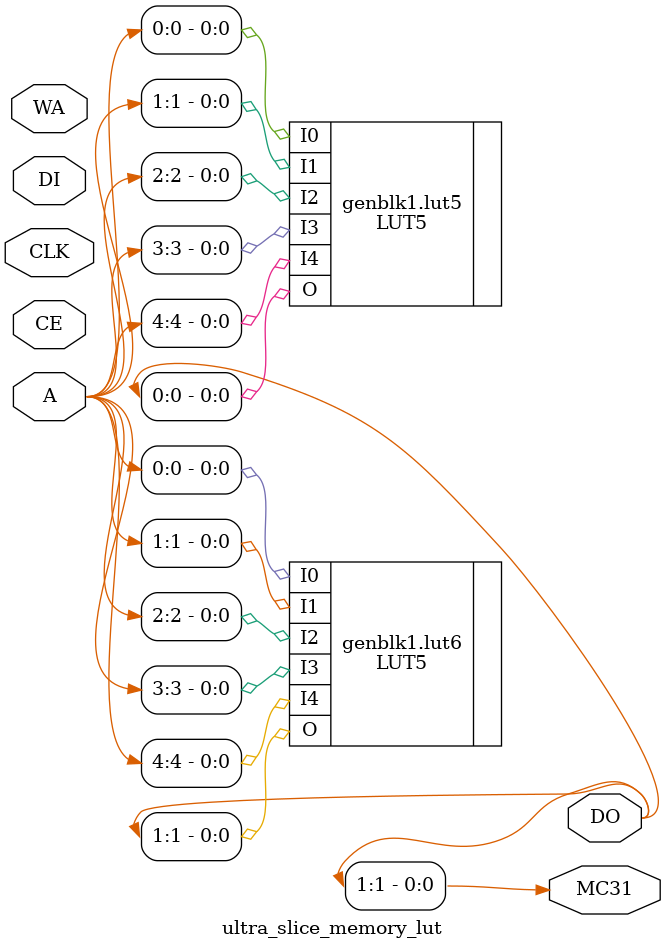
<source format=v>

module ultra_slice_memory #(
	parameter [1023:0] LOC = "",
	parameter [63:0]   ALUT_INIT = 64'h00C0FFEE,
	parameter [63:0]   BLUT_INIT = 64'h00C0FFEE,
	parameter [63:0]   CLUT_INIT = 64'h00C0FFEE,
	parameter [63:0]   DLUT_INIT = 64'h00C0FFEE,
	parameter [63:0]   ELUT_INIT = 64'h00C0FFEE,
	parameter [63:0]   FLUT_INIT = 64'h00C0FFEE,
	parameter [63:0]   GLUT_INIT = 64'h00C0FFEE,
	parameter [63:0]   HLUT_INIT = 64'h00C0FFEE,

	parameter [1023:0] A_MODE = "LOGIC",
	parameter [1023:0] B_MODE = "LOGIC",
	parameter [1023:0] C_MODE = "LOGIC",
	parameter [1023:0] D_MODE = "LOGIC",
	parameter [1023:0] E_MODE = "LOGIC",
	parameter [1023:0] F_MODE = "LOGIC",
	parameter [1023:0] G_MODE = "LOGIC",
	parameter [1023:0] H_MODE = "LOGIC",


	parameter [1023:0] AFF_TYPE = "NONE",
	parameter [1023:0] AFF2_TYPE = "NONE",
	parameter [1023:0] BFF_TYPE = "NONE",
	parameter [1023:0] BFF2_TYPE = "NONE",
	parameter [1023:0] CFF_TYPE = "NONE",
	parameter [1023:0] CFF2_TYPE = "NONE",
	parameter [1023:0] DFF_TYPE = "NONE",
	parameter [1023:0] DFF2_TYPE = "NONE",
	parameter [1023:0] EFF_TYPE = "NONE",
	parameter [1023:0] EFF2_TYPE = "NONE",
	parameter [1023:0] FFF_TYPE = "NONE",
	parameter [1023:0] FFF2_TYPE = "NONE",
	parameter [1023:0] GFF_TYPE = "NONE",
	parameter [1023:0] GFF2_TYPE = "NONE",
	parameter [1023:0] HFF_TYPE = "NONE",
	parameter [1023:0] HFF2_TYPE = "NONE",

	parameter [15:0]   FF_INIT = 16'h0000,

	parameter [1023:0] FFMUXA1 = "BYP",
	parameter [1023:0] FFMUXA2 = "BYP",
	parameter [1023:0] FFMUXB1 = "BYP",
	parameter [1023:0] FFMUXB2 = "BYP",
	parameter [1023:0] FFMUXC1 = "BYP",
	parameter [1023:0] FFMUXC2 = "BYP",
	parameter [1023:0] FFMUXD1 = "BYP",
	parameter [1023:0] FFMUXD2 = "BYP",
	parameter [1023:0] FFMUXE1 = "BYP",
	parameter [1023:0] FFMUXE2 = "BYP",
	parameter [1023:0] FFMUXF1 = "BYP",
	parameter [1023:0] FFMUXF2 = "BYP",
	parameter [1023:0] FFMUXG1 = "BYP",
	parameter [1023:0] FFMUXG2 = "BYP",
	parameter [1023:0] FFMUXH1 = "BYP",
	parameter [1023:0] FFMUXH2 = "BYP",

	parameter [1023:0] OUTMUXA = "D5",
	parameter [1023:0] OUTMUXB = "D5",
	parameter [1023:0] OUTMUXC = "D5",
	parameter [1023:0] OUTMUXD = "D5",
	parameter [1023:0] OUTMUXE = "D5",
	parameter [1023:0] OUTMUXF = "D5",
	parameter [1023:0] OUTMUXG = "D5",
	parameter [1023:0] OUTMUXH = "D5",

	parameter [1023:0] DIMUXA = "DI",
	parameter [1023:0] DIMUXB = "DI",
	parameter [1023:0] DIMUXC = "DI",
	parameter [1023:0] DIMUXD = "DI",
	parameter [1023:0] DIMUXE = "DI",
	parameter [1023:0] DIMUXF = "DI",
	parameter [1023:0] DIMUXG = "DI",

	parameter WA6USED = 0, WA7USED = 0, WA8USED = 0, WCLKINV = 0,

	parameter [1:0]    CLKINV = 2'b00, SRINV = 2'b00

) (
	input [7:0] A1, A2, A3, A4, A5, A6, I, X,
	input [1:0] CLK, SR,
	input WCLK, WE,
	input [3:0] CE,
	output [7:0] O, Q, Q2, MUX
);

	wire [8:0] wa;
	assign wa[5:0] = {A6[7], A5[7], A4[7], A3[7], A2[7], A1[7]};
	generate
		if (WA6USED) assign wa[6] = X[6];
		if (WA7USED) assign wa[7] = X[5];
		if (WA8USED) assign wa[8] = X[3];
	endgenerate

	wire [7:0] di0;
	wire [7:0] mc31;

	assign di0[7] = I[7];

	ultra_slice_logic_dimux #(.SEL(DIMUXA)) dimuxa_i (.DI(I[0]), .SIN(mc31[1]), .OUT(di0[0]));
	ultra_slice_logic_dimux #(.SEL(DIMUXB)) dimuxb_i (.DI(I[1]), .SIN(mc31[2]), .OUT(di0[1]));
	ultra_slice_logic_dimux #(.SEL(DIMUXC)) dimuxc_i (.DI(I[2]), .SIN(mc31[3]), .OUT(di0[2]));
	ultra_slice_logic_dimux #(.SEL(DIMUXD)) dimuxd_i (.DI(I[3]), .SIN(mc31[4]), .OUT(di0[3]));
	ultra_slice_logic_dimux #(.SEL(DIMUXE)) dimuxe_i (.DI(I[4]), .SIN(mc31[5]), .OUT(di0[4]));
	ultra_slice_logic_dimux #(.SEL(DIMUXF)) dimuxf_i (.DI(I[5]), .SIN(mc31[6]), .OUT(di0[5]));
	ultra_slice_logic_dimux #(.SEL(DIMUXG)) dimuxg_i (.DI(I[6]), .SIN(mc31[7]), .OUT(di0[6]));

	wire [7:0] out5;
	ultra_slice_memory_lut #(.LOC(LOC), .BEL5("H5LUT"), .BEL6("H6LUT"), .MODE(H_MODE), .INIT(HLUT_INIT), .CLKINV(WCLKINV), .WA6USED(WA6USED), .WA7USED(WA7USED), .WA8USED(WA8USED), .OUTPUT_MC31(DIMUXG=="SIN")) hlut_i (.CLK(WCLK), .CE(WE), .A({A6[7], A5[7], A4[7], A3[7], A2[7], A1[7]}), .WA(wa), .DI({X[7], di0[7]}), .DO({O[7], out5[7]}), .MC31(mc31[7]));
	ultra_slice_memory_lut #(.LOC(LOC), .BEL5("A5LUT"), .BEL6("A6LUT"), .MODE(A_MODE), .INIT(ALUT_INIT), .CLKINV(WCLKINV), .WA6USED(WA6USED), .WA7USED(WA7USED), .WA8USED(WA8USED), .OUTPUT_MC31(1)) alut_i (.CLK(WCLK), .CE(WE), .A({A6[0], A5[0], A4[0], A3[0], A2[0], A1[0]}), .WA(wa), .DI({X[0], di0[0]}), .DO({O[0], out5[0]}), .MC31(mc31[0]));
	ultra_slice_memory_lut #(.LOC(LOC), .BEL5("B5LUT"), .BEL6("B6LUT"), .MODE(B_MODE), .INIT(BLUT_INIT), .CLKINV(WCLKINV), .WA6USED(WA6USED), .WA7USED(WA7USED), .WA8USED(WA8USED), .OUTPUT_MC31(DIMUXA=="SIN")) blut_i (.CLK(WCLK), .CE(WE), .A({A6[1], A5[1], A4[1], A3[1], A2[1], A1[1]}), .WA(wa), .DI({X[1], di0[1]}), .DO({O[1], out5[1]}), .MC31(mc31[1]));
	ultra_slice_memory_lut #(.LOC(LOC), .BEL5("C5LUT"), .BEL6("C6LUT"), .MODE(C_MODE), .INIT(CLUT_INIT), .CLKINV(WCLKINV), .WA6USED(WA6USED), .WA7USED(WA7USED), .WA8USED(WA8USED), .OUTPUT_MC31(DIMUXB=="SIN")) clut_i (.CLK(WCLK), .CE(WE), .A({A6[2], A5[2], A4[2], A3[2], A2[2], A1[2]}), .WA(wa), .DI({X[2], di0[2]}), .DO({O[2], out5[2]}), .MC31(mc31[2]));
	ultra_slice_memory_lut #(.LOC(LOC), .BEL5("D5LUT"), .BEL6("D6LUT"), .MODE(D_MODE), .INIT(DLUT_INIT), .CLKINV(WCLKINV), .WA6USED(WA6USED), .WA7USED(WA7USED), .WA8USED(WA8USED), .OUTPUT_MC31(DIMUXC=="SIN")) dlut_i (.CLK(WCLK), .CE(WE), .A({A6[3], A5[3], A4[3], A3[3], A2[3], A1[3]}), .WA(wa), .DI({X[3], di0[3]}), .DO({O[3], out5[3]}), .MC31(mc31[3]));
	ultra_slice_memory_lut #(.LOC(LOC), .BEL5("E5LUT"), .BEL6("E6LUT"), .MODE(E_MODE), .INIT(ELUT_INIT), .CLKINV(WCLKINV), .WA6USED(WA6USED), .WA7USED(WA7USED), .WA8USED(WA8USED), .OUTPUT_MC31(DIMUXD=="SIN")) elut_i (.CLK(WCLK), .CE(WE), .A({A6[4], A5[4], A4[4], A3[4], A2[4], A1[4]}), .WA(wa), .DI({X[4], di0[4]}), .DO({O[4], out5[4]}), .MC31(mc31[4]));
	ultra_slice_memory_lut #(.LOC(LOC), .BEL5("F5LUT"), .BEL6("F6LUT"), .MODE(F_MODE), .INIT(FLUT_INIT), .CLKINV(WCLKINV), .WA6USED(WA6USED), .WA7USED(WA7USED), .WA8USED(WA8USED), .OUTPUT_MC31(DIMUXE=="SIN")) flut_i (.CLK(WCLK), .CE(WE), .A({A6[5], A5[5], A4[5], A3[5], A2[5], A1[5]}), .WA(wa), .DI({X[5], di0[5]}), .DO({O[5], out5[5]}), .MC31(mc31[5]));
	ultra_slice_memory_lut #(.LOC(LOC), .BEL5("G5LUT"), .BEL6("G6LUT"), .MODE(G_MODE), .INIT(GLUT_INIT), .CLKINV(WCLKINV), .WA6USED(WA6USED), .WA7USED(WA7USED), .WA8USED(WA8USED), .OUTPUT_MC31(DIMUXF=="SIN")) glut_i (.CLK(WCLK), .CE(WE), .A({A6[6], A5[6], A4[6], A3[6], A2[6], A1[6]}), .WA(wa), .DI({X[6], di0[6]}), .DO({O[6], out5[6]}), .MC31(mc31[6]));

	wire [7:0] f7f8;
	assign f7f8[0] = mc31[0] ^ 1;
/*
	(* BEL="F7MUX_AB",  LOC=LOC, keep, dont_touch *) MUXF7 f7muxab_i (.I0(O[1]), .I1(O[0]), .S(X[0]), .O(f7f8[1]));
	(* BEL="F7MUX_CD",  LOC=LOC, keep, dont_touch *) MUXF7 f7muxcd_i (.I0(O[3]), .I1(O[2]), .S(X[2]), .O(f7f8[3]));
	(* BEL="F7MUX_EF",  LOC=LOC, keep, dont_touch *) MUXF7 f7muxef_i (.I0(O[5]), .I1(O[4]), .S(X[4]), .O(f7f8[5]));
	(* BEL="F7MUX_GH",  LOC=LOC, keep, dont_touch *) MUXF7 f7muxgh_i (.I0(O[7]), .I1(O[6]), .S(X[6]), .O(f7f8[7]));

	(* BEL="F8MUX_BOT", LOC=LOC, keep, dont_touch *) MUXF8 f8muxabcd_i (.I0(f7f8[3]), .I1(f7f8[1]), .S(X[1]), .O(f7f8[2]));
	(* BEL="F8MUX_TOP", LOC=LOC, keep, dont_touch *) MUXF8 f8muxefgh_i (.I0(f7f8[7]), .I1(f7f8[5]), .S(X[5]), .O(f7f8[6]));

	(* BEL="F9MUX",     LOC=LOC, keep, dont_touch *) MUXF9 f9_i (.I0(f7f8[6]), .I1(f7f8[2]), .S(X[3]), .O(f7f8[4]));
*/
	assign f7f8[7:1] = O[7:1];
	wire [15:0] ffin;
	ultra_slice_logic_ffmux #(.SEL(FFMUXA1)) ffmuxa1_i (.XORIN(), .F7F8(f7f8[0]), .D6(O[0]), .D5(out5[0]), .CY(), .BYP(X[0]), .OUT(ffin[0]));
	ultra_slice_logic_ffmux #(.SEL(FFMUXA2)) ffmuxa2_i (.XORIN(), .F7F8(f7f8[0]), .D6(O[0]), .D5(out5[0]), .CY(), .BYP(I[0]), .OUT(ffin[1]));
	ultra_slice_logic_ffmux #(.SEL(FFMUXB1)) ffmuxb1_i (.XORIN(), .F7F8(f7f8[1]), .D6(O[1]), .D5(out5[1]), .CY(), .BYP(X[1]), .OUT(ffin[2]));
	ultra_slice_logic_ffmux #(.SEL(FFMUXB2)) ffmuxb2_i (.XORIN(), .F7F8(f7f8[1]), .D6(O[1]), .D5(out5[1]), .CY(), .BYP(I[1]), .OUT(ffin[3]));
	ultra_slice_logic_ffmux #(.SEL(FFMUXC1)) ffmuxc1_i (.XORIN(), .F7F8(f7f8[2]), .D6(O[2]), .D5(out5[2]), .CY(), .BYP(X[2]), .OUT(ffin[4]));
	ultra_slice_logic_ffmux #(.SEL(FFMUXC2)) ffmuxc2_i (.XORIN(), .F7F8(f7f8[2]), .D6(O[2]), .D5(out5[2]), .CY(), .BYP(I[2]), .OUT(ffin[5]));
	ultra_slice_logic_ffmux #(.SEL(FFMUXD1)) ffmuxd1_i (.XORIN(), .F7F8(f7f8[3]), .D6(O[3]), .D5(out5[3]), .CY(), .BYP(X[3]), .OUT(ffin[6]));
	ultra_slice_logic_ffmux #(.SEL(FFMUXD2)) ffmuxd2_i (.XORIN(), .F7F8(f7f8[3]), .D6(O[3]), .D5(out5[3]), .CY(), .BYP(I[3]), .OUT(ffin[7]));

	ultra_slice_logic_ffmux #(.SEL(FFMUXE1)) ffmuxe1_i (.XORIN(), .F7F8(f7f8[4]), .D6(O[4]), .D5(out5[4]), .CY(), .BYP(X[4]), .OUT(ffin[8]));
	ultra_slice_logic_ffmux #(.SEL(FFMUXE2)) ffmuxe2_i (.XORIN(), .F7F8(f7f8[4]), .D6(O[4]), .D5(out5[4]), .CY(), .BYP(I[4]), .OUT(ffin[9]));
	ultra_slice_logic_ffmux #(.SEL(FFMUXF1)) ffmuxf1_i (.XORIN(), .F7F8(f7f8[5]), .D6(O[5]), .D5(out5[5]), .CY(), .BYP(X[5]), .OUT(ffin[10]));
	ultra_slice_logic_ffmux #(.SEL(FFMUXF2)) ffmuxf2_i (.XORIN(), .F7F8(f7f8[5]), .D6(O[5]), .D5(out5[5]), .CY(), .BYP(I[5]), .OUT(ffin[11]));
	ultra_slice_logic_ffmux #(.SEL(FFMUXG1)) ffmuxg1_i (.XORIN(), .F7F8(f7f8[6]), .D6(O[6]), .D5(out5[6]), .CY(), .BYP(X[6]), .OUT(ffin[12]));
	ultra_slice_logic_ffmux #(.SEL(FFMUXG2)) ffmuxg2_i (.XORIN(), .F7F8(f7f8[6]), .D6(O[6]), .D5(out5[6]), .CY(), .BYP(I[6]), .OUT(ffin[13]));
	ultra_slice_logic_ffmux #(.SEL(FFMUXH1)) ffmuxh1_i (.XORIN(), .F7F8(f7f8[7]), .D6(O[7]), .D5(out5[7]), .CY(), .BYP(X[7]), .OUT(ffin[14]));
	ultra_slice_logic_ffmux #(.SEL(FFMUXH2)) ffmuxh2_i (.XORIN(), .F7F8(f7f8[7]), .D6(O[7]), .D5(out5[7]), .CY(), .BYP(I[7]), .OUT(ffin[15]));

	ultra_slice_logic_ffx #(.LOC(LOC), .BEL("AFF"),  .TYPE(AFF_TYPE),  .CLKINV(CLKINV[0]), .SRINV(SRINV[0]), .INIT(FF_INIT[0])) aff_i  (.C(CLK[0]), .SR(SR[0]), .CE(CE[0]), .D(ffin[0]), .Q(Q[0]));
	ultra_slice_logic_ffx #(.LOC(LOC), .BEL("AFF2"), .TYPE(AFF2_TYPE), .CLKINV(CLKINV[0]), .SRINV(SRINV[0]), .INIT(FF_INIT[1])) aff2_i (.C(CLK[0]), .SR(SR[0]), .CE(CE[1]), .D(ffin[1]), .Q(Q2[0]));
	ultra_slice_logic_ffx #(.LOC(LOC), .BEL("BFF"),  .TYPE(BFF_TYPE),  .CLKINV(CLKINV[0]), .SRINV(SRINV[0]), .INIT(FF_INIT[2])) bff_i  (.C(CLK[0]), .SR(SR[0]), .CE(CE[0]), .D(ffin[2]), .Q(Q[1]));
	ultra_slice_logic_ffx #(.LOC(LOC), .BEL("BFF2"), .TYPE(BFF2_TYPE), .CLKINV(CLKINV[0]), .SRINV(SRINV[0]), .INIT(FF_INIT[3])) bff2_i (.C(CLK[0]), .SR(SR[0]), .CE(CE[1]), .D(ffin[3]), .Q(Q2[1]));
	ultra_slice_logic_ffx #(.LOC(LOC), .BEL("CFF"),  .TYPE(CFF_TYPE),  .CLKINV(CLKINV[0]), .SRINV(SRINV[0]), .INIT(FF_INIT[4])) cff_i  (.C(CLK[0]), .SR(SR[0]), .CE(CE[0]), .D(ffin[4]), .Q(Q[2]));
	ultra_slice_logic_ffx #(.LOC(LOC), .BEL("CFF2"), .TYPE(CFF2_TYPE), .CLKINV(CLKINV[0]), .SRINV(SRINV[0]), .INIT(FF_INIT[5])) cff2_i (.C(CLK[0]), .SR(SR[0]), .CE(CE[1]), .D(ffin[5]), .Q(Q2[2]));
	ultra_slice_logic_ffx #(.LOC(LOC), .BEL("DFF"),  .TYPE(DFF_TYPE),  .CLKINV(CLKINV[0]), .SRINV(SRINV[0]), .INIT(FF_INIT[6])) dff_i  (.C(CLK[0]), .SR(SR[0]), .CE(CE[0]), .D(ffin[6]), .Q(Q[3]));
	ultra_slice_logic_ffx #(.LOC(LOC), .BEL("DFF2"), .TYPE(DFF2_TYPE), .CLKINV(CLKINV[0]), .SRINV(SRINV[0]), .INIT(FF_INIT[7])) dff2_i (.C(CLK[0]), .SR(SR[0]), .CE(CE[1]), .D(ffin[7]), .Q(Q2[3]));

	ultra_slice_logic_ffx #(.LOC(LOC), .BEL("EFF"),  .TYPE(EFF_TYPE),  .CLKINV(CLKINV[1]), .SRINV(SRINV[1]), .INIT(FF_INIT[8])) eff_i  (.C(CLK[1]), .SR(SR[1]), .CE(CE[2]), .D(ffin[8]), .Q(Q[4]));
	ultra_slice_logic_ffx #(.LOC(LOC), .BEL("EFF2"), .TYPE(EFF2_TYPE), .CLKINV(CLKINV[1]), .SRINV(SRINV[1]), .INIT(FF_INIT[9])) eff2_i (.C(CLK[1]), .SR(SR[1]), .CE(CE[3]), .D(ffin[9]), .Q(Q2[4]));
	ultra_slice_logic_ffx #(.LOC(LOC), .BEL("FFF"),  .TYPE(FFF_TYPE),  .CLKINV(CLKINV[1]), .SRINV(SRINV[1]), .INIT(FF_INIT[10])) fff_i  (.C(CLK[1]), .SR(SR[1]), .CE(CE[2]), .D(ffin[10]), .Q(Q[5]));
	ultra_slice_logic_ffx #(.LOC(LOC), .BEL("FFF2"), .TYPE(FFF2_TYPE), .CLKINV(CLKINV[1]), .SRINV(SRINV[1]), .INIT(FF_INIT[11])) fff2_i (.C(CLK[1]), .SR(SR[1]), .CE(CE[3]), .D(ffin[11]), .Q(Q2[5]));
	ultra_slice_logic_ffx #(.LOC(LOC), .BEL("GFF"),  .TYPE(GFF_TYPE),  .CLKINV(CLKINV[1]), .SRINV(SRINV[1]), .INIT(FF_INIT[12])) gff_i  (.C(CLK[1]), .SR(SR[1]), .CE(CE[2]), .D(ffin[12]), .Q(Q[6]));
	ultra_slice_logic_ffx #(.LOC(LOC), .BEL("GFF2"), .TYPE(GFF2_TYPE), .CLKINV(CLKINV[1]), .SRINV(SRINV[1]), .INIT(FF_INIT[13])) gff2_i (.C(CLK[1]), .SR(SR[1]), .CE(CE[3]), .D(ffin[13]), .Q(Q2[6]));
	ultra_slice_logic_ffx #(.LOC(LOC), .BEL("HFF"),  .TYPE(HFF_TYPE),  .CLKINV(CLKINV[1]), .SRINV(SRINV[1]), .INIT(FF_INIT[14])) hff_i  (.C(CLK[1]), .SR(SR[1]), .CE(CE[2]), .D(ffin[14]), .Q(Q[7]));
	ultra_slice_logic_ffx #(.LOC(LOC), .BEL("HFF2"), .TYPE(HFF2_TYPE), .CLKINV(CLKINV[1]), .SRINV(SRINV[1]), .INIT(FF_INIT[15])) hff2_i (.C(CLK[1]), .SR(SR[1]), .CE(CE[3]), .D(ffin[15]), .Q(Q2[7]));

	ultra_slice_logic_outmux #(.SEL(OUTMUXA)) outmuxa_i (.XORIN(), .F7F8(f7f8[0]), .D6(O[0]), .D5(out5[0]), .CY(), .OUT(MUX[0]));
	ultra_slice_logic_outmux #(.SEL(OUTMUXB)) outmuxb_i (.XORIN(), .F7F8(f7f8[1]), .D6(O[1]), .D5(out5[1]), .CY(), .OUT(MUX[1]));
	ultra_slice_logic_outmux #(.SEL(OUTMUXC)) outmuxc_i (.XORIN(), .F7F8(f7f8[2]), .D6(O[2]), .D5(out5[2]), .CY(), .OUT(MUX[2]));
	ultra_slice_logic_outmux #(.SEL(OUTMUXD)) outmuxd_i (.XORIN(), .F7F8(f7f8[3]), .D6(O[3]), .D5(out5[3]), .CY(), .OUT(MUX[3]));

	ultra_slice_logic_outmux #(.SEL(OUTMUXE)) outmuxe_i (.XORIN(), .F7F8(f7f8[4]), .D6(O[4]), .D5(out5[4]), .CY(), .OUT(MUX[4]));
	ultra_slice_logic_outmux #(.SEL(OUTMUXF)) outmuxf_i (.XORIN(), .F7F8(f7f8[5]), .D6(O[5]), .D5(out5[5]), .CY(), .OUT(MUX[5]));
	ultra_slice_logic_outmux #(.SEL(OUTMUXG)) outmuxg_i (.XORIN(), .F7F8(f7f8[6]), .D6(O[6]), .D5(out5[6]), .CY(), .OUT(MUX[6]));
	ultra_slice_logic_outmux #(.SEL(OUTMUXH)) outmuxh_i (.XORIN(), .F7F8(f7f8[7]), .D6(O[7]), .D5(out5[7]), .CY(), .OUT(MUX[7]));


endmodule

module ultra_slice_logic_ffmux #(
	parameter [1023:0] SEL = "BYP"
) (
	input XORIN, F7F8, D6, D5, CY, BYP,
	output OUT
);
	generate
		case(SEL)
			"XORIN": assign OUT = XORIN;
			"F7F8":  assign OUT = F7F8;
			"D6":    assign OUT = D6;
			"D5":    assign OUT = D5;
			"CY":    assign OUT = CY;
			"BYP":   assign OUT = BYP;
		endcase
	endgenerate
endmodule

module ultra_slice_logic_ffx #(
	parameter [1023:0] LOC = "",
	parameter [1023:0] BEL = "",
	parameter [1023:0] TYPE = "",
	parameter CLKINV = 1'b0,
	parameter SRINV = 1'b0,
	parameter INIT = 1'b0
) (
	input C, CE, SR, D,
	output Q
);
	generate
		case (TYPE)
			"FDPE": (* LOC=LOC, BEL=BEL, keep, dont_touch *) FDPE #(.IS_C_INVERTED(CLKINV), .IS_PRE_INVERTED(SRINV), .INIT(INIT)) ff_i (.C(C), .CE(CE), .PRE(SR), .D(D), .Q(Q));
			"FDCE": (* LOC=LOC, BEL=BEL, keep, dont_touch *) FDCE #(.IS_C_INVERTED(CLKINV), .IS_CLR_INVERTED(SRINV), .INIT(INIT)) ff_i (.C(C), .CE(CE), .CLR(SR), .D(D), .Q(Q));
			"FDSE": (* LOC=LOC, BEL=BEL, keep, dont_touch *) FDSE #(.IS_C_INVERTED(CLKINV), .IS_S_INVERTED(SRINV), .INIT(INIT)) ff_i (.C(C), .CE(CE), .S(SR), .D(D), .Q(Q));
			"FDRE": (* LOC=LOC, BEL=BEL, keep, dont_touch *) FDRE #(.IS_C_INVERTED(CLKINV), .IS_R_INVERTED(SRINV), .INIT(INIT)) ff_i (.C(C), .CE(CE), .R(SR), .D(D), .Q(Q));

			"LDPE": (* LOC=LOC, BEL=BEL, keep, dont_touch *) LDPE #(.IS_G_INVERTED(CLKINV), .IS_PRE_INVERTED(SRINV), .INIT(INIT)) ff_i (.G(C), .GE(CE), .PRE(SR), .D(D), .Q(Q));
			"LDCE": (* LOC=LOC, BEL=BEL, keep, dont_touch *) LDCE #(.IS_G_INVERTED(CLKINV), .IS_CLR_INVERTED(SRINV), .INIT(INIT)) ff_i (.G(C), .GE(CE), .CLR(SR), .D(D), .Q(Q));
			"NONE": assign Q = INIT;
		endcase
	endgenerate
endmodule

module ultra_slice_logic_outmux #(
	parameter SEL = "D5"
) (
	input XORIN, F7F8, D6, D5, CY,
	output OUT
);
	generate
		case(SEL)
			"XORIN": assign OUT = XORIN;
			"F7F8":  assign OUT = F7F8;
			"D6":    assign OUT = D6;
			"D5":    assign OUT = D5;
			"CY":    assign OUT = CY;
		endcase
	endgenerate
endmodule

module ultra_slice_logic_dimux #(
	parameter [1023:0] SEL = "DI"
) (
	input DI, SIN,
	output OUT
);
	generate
		case(SEL)
			"DI": assign OUT = DI;
			"SIN":  assign OUT = SIN;
		endcase
	endgenerate
endmodule

module ultra_slice_memory_lut #(
	parameter [1023:0] LOC = "",
	parameter [1023:0] BEL5 = "",
	parameter [1023:0] BEL6 = "",
	parameter [1023:0] MODE = "LOGIC",
	parameter [63:0] INIT = 64'h0,
	parameter CLKINV = 0, WA6USED = 0, WA7USED = 0, WA8USED = 0, OUTPUT_MC31 = 0
) (
	input CLK, CE,
	input [5:0] A,
	input [8:0] WA,
	input [1:0] DI,
	output [1:0] DO,
	output MC31
);
	generate
		if (MODE == "LOGIC") begin
			(* keep, dont_touch *) LUT5 #(.INIT(INIT[63:32])) lut6 (.I0(A[0]), .I1(A[1]), .I2(A[2]), .I3(A[3]), .I4(A[4]), .O(DO[1]));
			(* keep, dont_touch *) LUT5 #(.INIT(INIT[31:0])) lut5 (.I0(A[0]), .I1(A[1]), .I2(A[2]), .I3(A[3]), .I4(A[4]), .O(DO[0]));
			assign MC31 = DO[1];
		end else if (MODE == "SRL16") begin
			(* keep, dont_touch *) SRL16E #(.INIT(INIT[63:32]), .IS_CLK_INVERTED(CLKINV)) srl6 (.A0(1'b1), .A1(1'b1), .A2(1'b1), .A3(1'b1), .D(DI[1]), .CLK(CLK), .CE(CE), .Q(DO[1]));
			(* keep, dont_touch *) SRL16E #(.INIT(INIT[31:0]), .IS_CLK_INVERTED(CLKINV)) srl5 (.A0(1'b1), .A1(1'b1), .A2(1'b1), .A3(1'b1), .D(DI[0]), .CLK(CLK), .CE(CE), .Q(DO[0]));
			assign MC31 = DO[1];
		end else if (MODE == "SRL32") begin
			if (OUTPUT_MC31) begin
				(* keep, dont_touch *) SRLC32E #(.INIT(INIT[31:0]), .IS_CLK_INVERTED(CLKINV)) srl6(.A(5'b11111), .D(DI[0]), .CLK(CLK), .CE(CE), .Q(DO[1]), .Q31(MC31));
			end else begin
				(* keep, dont_touch *) SRLC32E #(.INIT(INIT[31:0]), .IS_CLK_INVERTED(CLKINV)) srl6(.A(5'b11111), .D(DI[0]), .CLK(CLK), .CE(CE), .Q(DO[1]));
			end
			assign DO[0] = DO[1];
		end else if (MODE == "RAMD64") begin
			if (WA6USED && WA7USED) begin
				(* keep, dont_touch *) RAMD64E #(.INIT(INIT), .IS_CLK_INVERTED(CLKINV)) ram_i (
					.RADR0(A[0]), .RADR1(A[1]), .RADR2(A[2]), .RADR3(A[3]), .RADR4(A[4]), .RADR5(A[5]),
					.WADR0(WA[0]), .WADR1(WA[1]), .WADR2(WA[2]), .WADR3(WA[3]), .WADR4(WA[4]), .WADR5(WA[5]), .WADR6(WA[6]), .WADR7(WA[7]),
					.CLK(CLK), .WE(CE),
					.I(DI[0]), .O(DO[1])
				);

			end else if (WA6USED) begin
				(* keep, dont_touch *) RAMD64E #(.INIT(INIT), .IS_CLK_INVERTED(CLKINV)) ram_i (
					.RADR0(A[0]), .RADR1(A[1]), .RADR2(A[2]), .RADR3(A[3]), .RADR4(A[4]), .RADR5(A[5]),
					.WADR0(WA[0]), .WADR1(WA[1]), .WADR2(WA[2]), .WADR3(WA[3]), .WADR4(WA[4]), .WADR5(WA[5]), .WADR6(WA[6]),
					.CLK(CLK), .WE(CE),
					.I(DI[0]), .O(DO[1])
				);
			end else begin
				(* keep, dont_touch *) RAMD64E #(.INIT(INIT), .IS_CLK_INVERTED(CLKINV)) ram_i (
					.RADR0(A[0]), .RADR1(A[1]), .RADR2(A[2]), .RADR3(A[3]), .RADR4(A[4]), .RADR5(A[5]),
					.WADR0(WA[0]), .WADR1(WA[1]), .WADR2(WA[2]), .WADR3(WA[3]), .WADR4(WA[4]), .WADR5(WA[5]),
					.CLK(CLK), .WE(CE),
					.I(DI[0]), .O(DO[1])
				);
			end
			assign DO[0] = DO[1];
			assign MC31 = DO[1];
		end else if (MODE == "RAMS64") begin
			if (WA6USED && WA7USED && WA8USED) begin
				(* keep, dont_touch *) RAMS64E1 #(.INIT(INIT), .IS_CLK_INVERTED(CLKINV)) ram_i (
					.ADR0(WA[0]), .ADR1(WA[1]), .ADR2(WA[2]), .ADR3(WA[3]), .ADR4(WA[4]), .ADR5(WA[5]),
					.WADR6(WA[6]), .WADR7(WA[7]), .WADR8(WA[8]),
					.CLK(CLK), .WE(CE),
					.I(DI[0]), .O(DO[1])
				);
			end else if (WA6USED && WA7USED) begin
				(* keep, dont_touch *) RAMS64E1 #(.INIT(INIT), .IS_CLK_INVERTED(CLKINV)) ram_i (
					.ADR0(WA[0]), .ADR1(WA[1]), .ADR2(WA[2]), .ADR3(WA[3]), .ADR4(WA[4]), .ADR5(WA[5]),
					.WADR6(WA[6]), .WADR7(WA[7]),
					.CLK(CLK), .WE(CE),
					.I(DI[0]), .O(DO[1])
				);
			end else if (WA6USED) begin
				(* keep, dont_touch *) RAMS64E1 #(.INIT(INIT), .IS_CLK_INVERTED(CLKINV)) ram_i (
					.ADR0(WA[0]), .ADR1(WA[1]), .ADR2(WA[2]), .ADR3(WA[3]), .ADR4(WA[4]), .ADR5(WA[5]),
					.WADR6(WA[6]),
					.CLK(CLK), .WE(CE),
					.I(DI[0]), .O(DO[1])
				);
			end else begin
				(* keep, dont_touch *) RAMS64E1 #(.INIT(INIT), .IS_CLK_INVERTED(CLKINV)) ram_i (
					.ADR0(WA[0]), .ADR1(WA[1]), .ADR2(WA[2]), .ADR3(WA[3]), .ADR4(WA[4]), .ADR5(WA[5]),
					.CLK(CLK), .WE(CE),
					.I(DI[0]), .O(DO[1])
				);
			end
			assign DO[0] = DO[1];
			assign MC31 = DO[1];
		end else if (MODE == "RAMS32") begin
			(* keep, dont_touch *) RAMS32 #(.INIT(INIT[63:32]), .IS_CLK_INVERTED(CLKINV)) ram1_i (
				.ADR0(WA[0]), .ADR1(WA[1]), .ADR2(WA[2]), .ADR3(WA[3]), .ADR4(WA[4]),
				.CLK(CLK), .WE(CE),
				.I(DI[1]), .O(DO[1])
			);
			(* keep, dont_touch *) RAMS32 #(.INIT(INIT[31:0]), .IS_CLK_INVERTED(CLKINV)) ram0_i (
				.ADR0(WA[0]), .ADR1(WA[1]), .ADR2(WA[2]), .ADR3(WA[3]), .ADR4(WA[4]),
				.CLK(CLK), .WE(CE),
				.I(DI[0]), .O(DO[0])
			);
			assign MC31 = DO[1];
		end else if (MODE == "RAMD32") begin
			(* keep, dont_touch *) RAMD32 #(.INIT(INIT[63:32]), .IS_CLK_INVERTED(CLKINV)) ram1_i (
				.WADR0(WA[0]), .WADR1(WA[1]), .WADR2(WA[2]), .WADR3(WA[3]), .WADR4(WA[4]),
				.RADR0(A[0]), .RADR1(A[1]), .RADR2(A[2]), .RADR3(A[3]), .RADR4(A[4]),
				.CLK(CLK), .WE(CE),
				.I(DI[1]), .O(DO[1])
			);
			(* keep, dont_touch *) RAMD32 #(.INIT(INIT[31:0]), .IS_CLK_INVERTED(CLKINV)) ram0_i (
				.WADR0(WA[0]), .WADR1(WA[1]), .WADR2(WA[2]), .WADR3(WA[3]), .WADR4(WA[4]),
				.RADR0(A[0]), .RADR1(A[1]), .RADR2(A[2]), .RADR3(A[3]), .RADR4(A[4]),
				.CLK(CLK), .WE(CE),
				.I(DI[0]), .O(DO[0])
			);
			assign MC31 = DO[1];
		end else begin
			$error("unsupported mode");
		end
	endgenerate
endmodule

</source>
